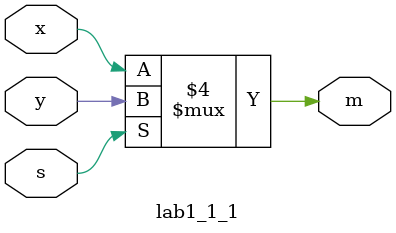
<source format=v>
`timescale 1ns / 1ps


module lab1_1_1(x,y,s,m);
    output  m;
    input  x,y;
    input s;
    reg  m;
    
    always @(x or y or s)
     if (s == 1'b0)
        m = x;
     else
        m = y;
endmodule

</source>
